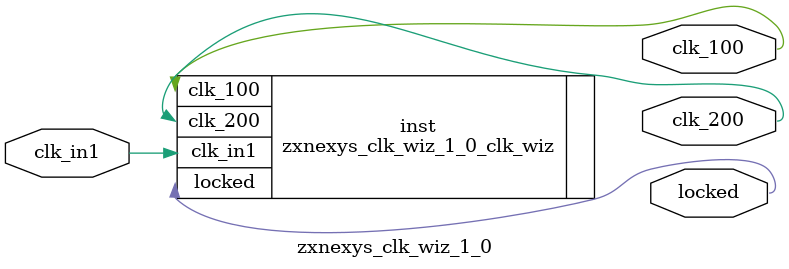
<source format=v>


`timescale 1ps/1ps

(* CORE_GENERATION_INFO = "zxnexys_clk_wiz_1_0,clk_wiz_v6_0_9_0_0,{component_name=zxnexys_clk_wiz_1_0,use_phase_alignment=true,use_min_o_jitter=false,use_max_i_jitter=false,use_dyn_phase_shift=false,use_inclk_switchover=false,use_dyn_reconfig=false,enable_axi=0,feedback_source=FDBK_AUTO,PRIMITIVE=MMCM,num_out_clk=2,clkin1_period=10.000,clkin2_period=10.000,use_power_down=false,use_reset=false,use_locked=true,use_inclk_stopped=false,feedback_type=SINGLE,CLOCK_MGR_TYPE=NA,manual_override=false}" *)

module zxnexys_clk_wiz_1_0 
 (
  // Clock out ports
  output        clk_200,
  output        clk_100,
  // Status and control signals
  output        locked,
 // Clock in ports
  input         clk_in1
 );

  zxnexys_clk_wiz_1_0_clk_wiz inst
  (
  // Clock out ports  
  .clk_200(clk_200),
  .clk_100(clk_100),
  // Status and control signals               
  .locked(locked),
 // Clock in ports
  .clk_in1(clk_in1)
  );

endmodule

</source>
